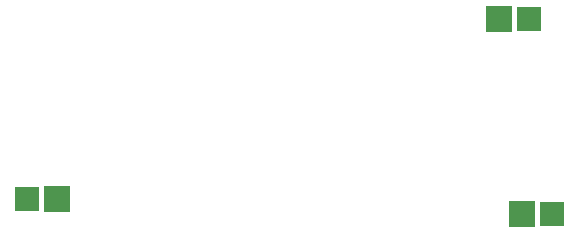
<source format=gbr>
%TF.GenerationSoftware,KiCad,Pcbnew,(5.0.2)-1*%
%TF.CreationDate,2019-04-17T22:45:11+02:00*%
%TF.ProjectId,nfc-door-x4,6e66632d-646f-46f7-922d-78342e6b6963,rev?*%
%TF.SameCoordinates,Original*%
%TF.FileFunction,Paste,Bot*%
%TF.FilePolarity,Positive*%
%FSLAX46Y46*%
G04 Gerber Fmt 4.6, Leading zero omitted, Abs format (unit mm)*
G04 Created by KiCad (PCBNEW (5.0.2)-1) date 17.04.2019 22:45:11*
%MOMM*%
%LPD*%
G01*
G04 APERTURE LIST*
%ADD10R,2.159000X2.159000*%
%ADD11R,2.286000X2.286000*%
G04 APERTURE END LIST*
D10*
X110910000Y-149030000D03*
D11*
X108370000Y-149030000D03*
D10*
X66460000Y-147760000D03*
D11*
X69000000Y-147760000D03*
D10*
X109005000Y-132520000D03*
D11*
X106465000Y-132520000D03*
M02*

</source>
